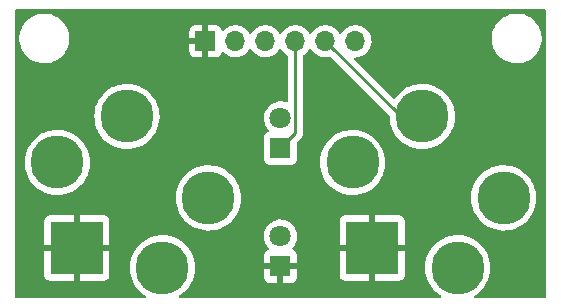
<source format=gbl>
G04 #@! TF.GenerationSoftware,KiCad,Pcbnew,6.0.2-378541a8eb~116~ubuntu20.04.1*
G04 #@! TF.CreationDate,2022-03-12T15:30:31-05:00*
G04 #@! TF.ProjectId,irinput_b3,6972696e-7075-4745-9f62-332e6b696361,rev?*
G04 #@! TF.SameCoordinates,Original*
G04 #@! TF.FileFunction,Copper,L2,Bot*
G04 #@! TF.FilePolarity,Positive*
%FSLAX46Y46*%
G04 Gerber Fmt 4.6, Leading zero omitted, Abs format (unit mm)*
G04 Created by KiCad (PCBNEW 6.0.2-378541a8eb~116~ubuntu20.04.1) date 2022-03-12 15:30:31*
%MOMM*%
%LPD*%
G01*
G04 APERTURE LIST*
G04 #@! TA.AperFunction,ComponentPad*
%ADD10C,4.500001*%
G04 #@! TD*
G04 #@! TA.AperFunction,ComponentPad*
%ADD11R,4.500001X4.500001*%
G04 #@! TD*
G04 #@! TA.AperFunction,ComponentPad*
%ADD12C,4.500000*%
G04 #@! TD*
G04 #@! TA.AperFunction,ComponentPad*
%ADD13R,1.800000X1.800000*%
G04 #@! TD*
G04 #@! TA.AperFunction,ComponentPad*
%ADD14C,1.800000*%
G04 #@! TD*
G04 #@! TA.AperFunction,ComponentPad*
%ADD15R,1.700000X1.700000*%
G04 #@! TD*
G04 #@! TA.AperFunction,ComponentPad*
%ADD16O,1.700000X1.700000*%
G04 #@! TD*
G04 #@! TA.AperFunction,Conductor*
%ADD17C,0.250000*%
G04 #@! TD*
G04 APERTURE END LIST*
D10*
G04 #@! TO.P,J6,R*
G04 #@! TO.N,N/C*
X168899999Y-103749999D03*
G04 #@! TO.P,J6,RN*
X164999999Y-109649999D03*
D11*
G04 #@! TO.P,J6,S*
G04 #@! TO.N,Board_0-GND1*
X157759999Y-107989999D03*
D12*
G04 #@! TO.P,J6,T*
G04 #@! TO.N,Board_0-/GATE_OUT_P*
X161999999Y-96849999D03*
G04 #@! TO.P,J6,TN*
G04 #@! TO.N,N/C*
X156099999Y-100749999D03*
G04 #@! TD*
D13*
G04 #@! TO.P,D6,1,KA*
G04 #@! TO.N,Board_0-/CV_LED_1_P*
X149999999Y-99524999D03*
D14*
G04 #@! TO.P,D6,2,AK*
G04 #@! TO.N,Board_0-/CV_LED_2_P*
X149999999Y-96984999D03*
G04 #@! TD*
D10*
G04 #@! TO.P,J7,R*
G04 #@! TO.N,N/C*
X143899999Y-103749999D03*
G04 #@! TO.P,J7,RN*
X139999999Y-109649999D03*
D11*
G04 #@! TO.P,J7,S*
G04 #@! TO.N,Board_0-GND1*
X132759999Y-107989999D03*
D12*
G04 #@! TO.P,J7,T*
G04 #@! TO.N,Board_0-/CV_OUT_P*
X136999999Y-96849999D03*
G04 #@! TO.P,J7,TN*
G04 #@! TO.N,N/C*
X131099999Y-100749999D03*
G04 #@! TD*
D13*
G04 #@! TO.P,D5,1,K*
G04 #@! TO.N,Board_0-GND1*
X149999999Y-109524999D03*
D14*
G04 #@! TO.P,D5,2,A*
G04 #@! TO.N,Board_0-/GATE_LED_P*
X149999999Y-106984999D03*
G04 #@! TD*
D15*
G04 #@! TO.P,J5,1,Pin_1*
G04 #@! TO.N,Board_0-GND1*
X143649999Y-90479999D03*
D16*
G04 #@! TO.P,J5,2,Pin_2*
G04 #@! TO.N,Board_0-/CV_OUT_P*
X146189999Y-90479999D03*
G04 #@! TO.P,J5,3,Pin_3*
G04 #@! TO.N,Board_0-/CV_LED_2_P*
X148729999Y-90479999D03*
G04 #@! TO.P,J5,4,Pin_4*
G04 #@! TO.N,Board_0-/CV_LED_1_P*
X151269999Y-90479999D03*
G04 #@! TO.P,J5,5,Pin_5*
G04 #@! TO.N,Board_0-/GATE_OUT_P*
X153809999Y-90479999D03*
G04 #@! TO.P,J5,6,Pin_6*
G04 #@! TO.N,Board_0-/GATE_LED_P*
X156349999Y-90479999D03*
G04 #@! TD*
D17*
G04 #@! TO.N,Board_0-/CV_LED_1_P*
X151269999Y-98254999D02*
X151269999Y-90479999D01*
X149999999Y-99524999D02*
X151269999Y-98254999D01*
G04 #@! TO.N,Board_0-/GATE_OUT_P*
X153809999Y-90479999D02*
X160179999Y-96849999D01*
G04 #@! TD*
G04 #@! TA.AperFunction,Conductor*
G04 #@! TO.N,Board_0-GND1*
G36*
X172434120Y-87778001D02*
G01*
X172480613Y-87831657D01*
X172491999Y-87883999D01*
X172491999Y-112115999D01*
X172471997Y-112184120D01*
X172418341Y-112230613D01*
X172365999Y-112241999D01*
X166497514Y-112241999D01*
X166429393Y-112221997D01*
X166382900Y-112168341D01*
X166372796Y-112098067D01*
X166402290Y-112033487D01*
X166434229Y-112007045D01*
X166529320Y-111951812D01*
X166532342Y-111949531D01*
X166532346Y-111949528D01*
X166791752Y-111753696D01*
X166791753Y-111753695D01*
X166794776Y-111751413D01*
X167034234Y-111520574D01*
X167244226Y-111262640D01*
X167421709Y-110981346D01*
X167564113Y-110680766D01*
X167669376Y-110365256D01*
X167735971Y-110039385D01*
X167762935Y-109707874D01*
X167763541Y-109649999D01*
X167762025Y-109624852D01*
X167743754Y-109321771D01*
X167743753Y-109321764D01*
X167743526Y-109317996D01*
X167683769Y-108990802D01*
X167585138Y-108673156D01*
X167449060Y-108369661D01*
X167329862Y-108171674D01*
X167279465Y-108087965D01*
X167279461Y-108087959D01*
X167277506Y-108084712D01*
X167275179Y-108081728D01*
X167275174Y-108081721D01*
X167075293Y-107825424D01*
X167075287Y-107825417D01*
X167072962Y-107822436D01*
X166838391Y-107586633D01*
X166577190Y-107380719D01*
X166293143Y-107207676D01*
X166172045Y-107152616D01*
X165993816Y-107071579D01*
X165993808Y-107071576D01*
X165990364Y-107070010D01*
X165673239Y-106969717D01*
X165450895Y-106927905D01*
X165350086Y-106908948D01*
X165350084Y-106908948D01*
X165346363Y-106908248D01*
X165014469Y-106886495D01*
X165010689Y-106886703D01*
X165010688Y-106886703D01*
X164912917Y-106892084D01*
X164682365Y-106904772D01*
X164678638Y-106905433D01*
X164678634Y-106905433D01*
X164453488Y-106945335D01*
X164354863Y-106962814D01*
X164351238Y-106963919D01*
X164351233Y-106963920D01*
X164271031Y-106988364D01*
X164036706Y-107059781D01*
X164033242Y-107061312D01*
X164033235Y-107061315D01*
X163846050Y-107144069D01*
X163732502Y-107194268D01*
X163729248Y-107196204D01*
X163729242Y-107196207D01*
X163590848Y-107278543D01*
X163446658Y-107364327D01*
X163443657Y-107366642D01*
X163443653Y-107366645D01*
X163347019Y-107441198D01*
X163183315Y-107567495D01*
X162946287Y-107800828D01*
X162739008Y-108060948D01*
X162564480Y-108344085D01*
X162425231Y-108646139D01*
X162424072Y-108649739D01*
X162424069Y-108649746D01*
X162415367Y-108676770D01*
X162323279Y-108962734D01*
X162322560Y-108966450D01*
X162322558Y-108966458D01*
X162260818Y-109285566D01*
X162260099Y-109289284D01*
X162259832Y-109293060D01*
X162259831Y-109293065D01*
X162258066Y-109317996D01*
X162236609Y-109621060D01*
X162253146Y-109953254D01*
X162253787Y-109956985D01*
X162253788Y-109956993D01*
X162268585Y-110043102D01*
X162309473Y-110281056D01*
X162310561Y-110284695D01*
X162310562Y-110284698D01*
X162403579Y-110595723D01*
X162404773Y-110599717D01*
X162406286Y-110603188D01*
X162406288Y-110603194D01*
X162483664Y-110780723D01*
X162537665Y-110904621D01*
X162539588Y-110907892D01*
X162539590Y-110907896D01*
X162580748Y-110977908D01*
X162706225Y-111191351D01*
X162708526Y-111194366D01*
X162905711Y-111452741D01*
X162905716Y-111452747D01*
X162908011Y-111455754D01*
X163140101Y-111694001D01*
X163399131Y-111902639D01*
X163481034Y-111953718D01*
X163569815Y-112009087D01*
X163617032Y-112062107D01*
X163628088Y-112132237D01*
X163599474Y-112197212D01*
X163540274Y-112236402D01*
X163503139Y-112241999D01*
X141497514Y-112241999D01*
X141429393Y-112221997D01*
X141382900Y-112168341D01*
X141372796Y-112098067D01*
X141402290Y-112033487D01*
X141434229Y-112007045D01*
X141529320Y-111951812D01*
X141532342Y-111949531D01*
X141532346Y-111949528D01*
X141791752Y-111753696D01*
X141791753Y-111753695D01*
X141794776Y-111751413D01*
X142034234Y-111520574D01*
X142244226Y-111262640D01*
X142421709Y-110981346D01*
X142564113Y-110680766D01*
X142634541Y-110469668D01*
X148592000Y-110469668D01*
X148592370Y-110476489D01*
X148597894Y-110527351D01*
X148601520Y-110542603D01*
X148646675Y-110663053D01*
X148655213Y-110678648D01*
X148731714Y-110780723D01*
X148744275Y-110793284D01*
X148846350Y-110869785D01*
X148861945Y-110878323D01*
X148982393Y-110923477D01*
X148997648Y-110927104D01*
X149048513Y-110932630D01*
X149055327Y-110932999D01*
X149727884Y-110932999D01*
X149743123Y-110928524D01*
X149744328Y-110927134D01*
X149745999Y-110919451D01*
X149745999Y-110914883D01*
X150253999Y-110914883D01*
X150258474Y-110930122D01*
X150259864Y-110931327D01*
X150267547Y-110932998D01*
X150944668Y-110932998D01*
X150951489Y-110932628D01*
X151002351Y-110927104D01*
X151017603Y-110923478D01*
X151138053Y-110878323D01*
X151153648Y-110869785D01*
X151255723Y-110793284D01*
X151268284Y-110780723D01*
X151344785Y-110678648D01*
X151353323Y-110663053D01*
X151398477Y-110542605D01*
X151402104Y-110527350D01*
X151407630Y-110476485D01*
X151407999Y-110469671D01*
X151407999Y-110284668D01*
X155002000Y-110284668D01*
X155002370Y-110291489D01*
X155007894Y-110342351D01*
X155011520Y-110357603D01*
X155056675Y-110478053D01*
X155065213Y-110493648D01*
X155141714Y-110595723D01*
X155154275Y-110608284D01*
X155256350Y-110684785D01*
X155271945Y-110693323D01*
X155392393Y-110738477D01*
X155407648Y-110742104D01*
X155458513Y-110747630D01*
X155465327Y-110747999D01*
X157487884Y-110747999D01*
X157503123Y-110743524D01*
X157504328Y-110742134D01*
X157505999Y-110734451D01*
X157505999Y-110729883D01*
X158013999Y-110729883D01*
X158018474Y-110745122D01*
X158019864Y-110746327D01*
X158027547Y-110747998D01*
X160054668Y-110747998D01*
X160061489Y-110747628D01*
X160112351Y-110742104D01*
X160127603Y-110738478D01*
X160248053Y-110693323D01*
X160263648Y-110684785D01*
X160365723Y-110608284D01*
X160378284Y-110595723D01*
X160454785Y-110493648D01*
X160463323Y-110478053D01*
X160508477Y-110357605D01*
X160512104Y-110342350D01*
X160517630Y-110291485D01*
X160517999Y-110284671D01*
X160517999Y-108262114D01*
X160513524Y-108246875D01*
X160512134Y-108245670D01*
X160504451Y-108243999D01*
X158032114Y-108243999D01*
X158016875Y-108248474D01*
X158015670Y-108249864D01*
X158013999Y-108257547D01*
X158013999Y-110729883D01*
X157505999Y-110729883D01*
X157505999Y-108262114D01*
X157501524Y-108246875D01*
X157500134Y-108245670D01*
X157492451Y-108243999D01*
X155020115Y-108243999D01*
X155004876Y-108248474D01*
X155003671Y-108249864D01*
X155002000Y-108257547D01*
X155002000Y-110284668D01*
X151407999Y-110284668D01*
X151407999Y-109797114D01*
X151403524Y-109781875D01*
X151402134Y-109780670D01*
X151394451Y-109778999D01*
X150272114Y-109778999D01*
X150256875Y-109783474D01*
X150255670Y-109784864D01*
X150253999Y-109792547D01*
X150253999Y-110914883D01*
X149745999Y-110914883D01*
X149745999Y-109797114D01*
X149741524Y-109781875D01*
X149740134Y-109780670D01*
X149732451Y-109778999D01*
X148610115Y-109778999D01*
X148594876Y-109783474D01*
X148593671Y-109784864D01*
X148592000Y-109792547D01*
X148592000Y-110469668D01*
X142634541Y-110469668D01*
X142669376Y-110365256D01*
X142735971Y-110039385D01*
X142762935Y-109707874D01*
X142763541Y-109649999D01*
X142762025Y-109624852D01*
X142743754Y-109321771D01*
X142743753Y-109321764D01*
X142743526Y-109317996D01*
X142683769Y-108990802D01*
X142585138Y-108673156D01*
X142449060Y-108369661D01*
X142329862Y-108171674D01*
X142279465Y-108087965D01*
X142279461Y-108087959D01*
X142277506Y-108084712D01*
X142275179Y-108081728D01*
X142275174Y-108081721D01*
X142075293Y-107825424D01*
X142075287Y-107825417D01*
X142072962Y-107822436D01*
X141838391Y-107586633D01*
X141577190Y-107380719D01*
X141293143Y-107207676D01*
X141172045Y-107152616D01*
X140993816Y-107071579D01*
X140993808Y-107071576D01*
X140990364Y-107070010D01*
X140673239Y-106969717D01*
X140570878Y-106950468D01*
X148587094Y-106950468D01*
X148587391Y-106955621D01*
X148587391Y-106955624D01*
X148593986Y-107070010D01*
X148600426Y-107181696D01*
X148601563Y-107186742D01*
X148601564Y-107186748D01*
X148633740Y-107329522D01*
X148651345Y-107407641D01*
X148653287Y-107412423D01*
X148653288Y-107412427D01*
X148715314Y-107565178D01*
X148738483Y-107622236D01*
X148859500Y-107819718D01*
X148862881Y-107823621D01*
X148971652Y-107949190D01*
X149001134Y-108013775D01*
X148991019Y-108084048D01*
X148944518Y-108137696D01*
X148920645Y-108149669D01*
X148861943Y-108171676D01*
X148846350Y-108180213D01*
X148744275Y-108256714D01*
X148731714Y-108269275D01*
X148655213Y-108371350D01*
X148646675Y-108386945D01*
X148601521Y-108507393D01*
X148597894Y-108522648D01*
X148592368Y-108573513D01*
X148591999Y-108580327D01*
X148591999Y-109252884D01*
X148596474Y-109268123D01*
X148597864Y-109269328D01*
X148605547Y-109270999D01*
X151389883Y-109270999D01*
X151405122Y-109266524D01*
X151406327Y-109265134D01*
X151407998Y-109257451D01*
X151407998Y-108580330D01*
X151407628Y-108573509D01*
X151402104Y-108522647D01*
X151398478Y-108507395D01*
X151353323Y-108386945D01*
X151344785Y-108371350D01*
X151268284Y-108269275D01*
X151255723Y-108256714D01*
X151153648Y-108180213D01*
X151138051Y-108171674D01*
X151079414Y-108149692D01*
X151022649Y-108107051D01*
X150997949Y-108040489D01*
X151013156Y-107971140D01*
X151034702Y-107942460D01*
X151072640Y-107904653D01*
X151076302Y-107901004D01*
X151207887Y-107717884D01*
X155001999Y-107717884D01*
X155006474Y-107733123D01*
X155007864Y-107734328D01*
X155015547Y-107735999D01*
X157487884Y-107735999D01*
X157503123Y-107731524D01*
X157504328Y-107730134D01*
X157505999Y-107722451D01*
X157505999Y-107717884D01*
X158013999Y-107717884D01*
X158018474Y-107733123D01*
X158019864Y-107734328D01*
X158027547Y-107735999D01*
X160499883Y-107735999D01*
X160515122Y-107731524D01*
X160516327Y-107730134D01*
X160517998Y-107722451D01*
X160517998Y-105695330D01*
X160517628Y-105688509D01*
X160512104Y-105637647D01*
X160508478Y-105622395D01*
X160463323Y-105501945D01*
X160454785Y-105486350D01*
X160378284Y-105384275D01*
X160365723Y-105371714D01*
X160263648Y-105295213D01*
X160248053Y-105286675D01*
X160127605Y-105241521D01*
X160112350Y-105237894D01*
X160061485Y-105232368D01*
X160054671Y-105231999D01*
X158032114Y-105231999D01*
X158016875Y-105236474D01*
X158015670Y-105237864D01*
X158013999Y-105245547D01*
X158013999Y-107717884D01*
X157505999Y-107717884D01*
X157505999Y-105250115D01*
X157501524Y-105234876D01*
X157500134Y-105233671D01*
X157492451Y-105232000D01*
X155465330Y-105232000D01*
X155458509Y-105232370D01*
X155407647Y-105237894D01*
X155392395Y-105241520D01*
X155271945Y-105286675D01*
X155256350Y-105295213D01*
X155154275Y-105371714D01*
X155141714Y-105384275D01*
X155065213Y-105486350D01*
X155056675Y-105501945D01*
X155011521Y-105622393D01*
X155007894Y-105637648D01*
X155002368Y-105688513D01*
X155001999Y-105695327D01*
X155001999Y-107717884D01*
X151207887Y-107717884D01*
X151211457Y-107712916D01*
X151258640Y-107617449D01*
X151311783Y-107509921D01*
X151311784Y-107509919D01*
X151314077Y-107505279D01*
X151381407Y-107283670D01*
X151411639Y-107054040D01*
X151413326Y-106984999D01*
X151405245Y-106886703D01*
X151394772Y-106759317D01*
X151394771Y-106759311D01*
X151394348Y-106754166D01*
X151337924Y-106529532D01*
X151330698Y-106512913D01*
X151247629Y-106321867D01*
X151247627Y-106321864D01*
X151245569Y-106317130D01*
X151119763Y-106122664D01*
X150963886Y-105951357D01*
X150959835Y-105948158D01*
X150959831Y-105948154D01*
X150786176Y-105811010D01*
X150786171Y-105811007D01*
X150782122Y-105807809D01*
X150777606Y-105805316D01*
X150777603Y-105805314D01*
X150583878Y-105698372D01*
X150583874Y-105698370D01*
X150579354Y-105695875D01*
X150574485Y-105694151D01*
X150574481Y-105694149D01*
X150365902Y-105620287D01*
X150365898Y-105620286D01*
X150361027Y-105618561D01*
X150355934Y-105617654D01*
X150355931Y-105617653D01*
X150138094Y-105578850D01*
X150138088Y-105578849D01*
X150133005Y-105577944D01*
X150060095Y-105577053D01*
X149906580Y-105575178D01*
X149906578Y-105575178D01*
X149901410Y-105575115D01*
X149672463Y-105610149D01*
X149452313Y-105682105D01*
X149447725Y-105684493D01*
X149447721Y-105684495D01*
X149421064Y-105698372D01*
X149246871Y-105789051D01*
X149242738Y-105792154D01*
X149242735Y-105792156D01*
X149160772Y-105853696D01*
X149061654Y-105928116D01*
X148901638Y-106095563D01*
X148898724Y-106099835D01*
X148898723Y-106099836D01*
X148883151Y-106122664D01*
X148771118Y-106286898D01*
X148673601Y-106496980D01*
X148611706Y-106720168D01*
X148587094Y-106950468D01*
X140570878Y-106950468D01*
X140450895Y-106927905D01*
X140350086Y-106908948D01*
X140350084Y-106908948D01*
X140346363Y-106908248D01*
X140014469Y-106886495D01*
X140010689Y-106886703D01*
X140010688Y-106886703D01*
X139912917Y-106892084D01*
X139682365Y-106904772D01*
X139678638Y-106905433D01*
X139678634Y-106905433D01*
X139453488Y-106945335D01*
X139354863Y-106962814D01*
X139351238Y-106963919D01*
X139351233Y-106963920D01*
X139271031Y-106988364D01*
X139036706Y-107059781D01*
X139033242Y-107061312D01*
X139033235Y-107061315D01*
X138846050Y-107144069D01*
X138732502Y-107194268D01*
X138729248Y-107196204D01*
X138729242Y-107196207D01*
X138590848Y-107278543D01*
X138446658Y-107364327D01*
X138443657Y-107366642D01*
X138443653Y-107366645D01*
X138347019Y-107441198D01*
X138183315Y-107567495D01*
X137946287Y-107800828D01*
X137739008Y-108060948D01*
X137564480Y-108344085D01*
X137425231Y-108646139D01*
X137424072Y-108649739D01*
X137424069Y-108649746D01*
X137415367Y-108676770D01*
X137323279Y-108962734D01*
X137322560Y-108966450D01*
X137322558Y-108966458D01*
X137260818Y-109285566D01*
X137260099Y-109289284D01*
X137259832Y-109293060D01*
X137259831Y-109293065D01*
X137258066Y-109317996D01*
X137236609Y-109621060D01*
X137253146Y-109953254D01*
X137253787Y-109956985D01*
X137253788Y-109956993D01*
X137268585Y-110043102D01*
X137309473Y-110281056D01*
X137310561Y-110284695D01*
X137310562Y-110284698D01*
X137403579Y-110595723D01*
X137404773Y-110599717D01*
X137406286Y-110603188D01*
X137406288Y-110603194D01*
X137483664Y-110780723D01*
X137537665Y-110904621D01*
X137539588Y-110907892D01*
X137539590Y-110907896D01*
X137580748Y-110977908D01*
X137706225Y-111191351D01*
X137708526Y-111194366D01*
X137905711Y-111452741D01*
X137905716Y-111452747D01*
X137908011Y-111455754D01*
X138140101Y-111694001D01*
X138399131Y-111902639D01*
X138481034Y-111953718D01*
X138569815Y-112009087D01*
X138617032Y-112062107D01*
X138628088Y-112132237D01*
X138599474Y-112197212D01*
X138540274Y-112236402D01*
X138503139Y-112241999D01*
X127633999Y-112241999D01*
X127565878Y-112221997D01*
X127519385Y-112168341D01*
X127507999Y-112115999D01*
X127507999Y-110284668D01*
X130002000Y-110284668D01*
X130002370Y-110291489D01*
X130007894Y-110342351D01*
X130011520Y-110357603D01*
X130056675Y-110478053D01*
X130065213Y-110493648D01*
X130141714Y-110595723D01*
X130154275Y-110608284D01*
X130256350Y-110684785D01*
X130271945Y-110693323D01*
X130392393Y-110738477D01*
X130407648Y-110742104D01*
X130458513Y-110747630D01*
X130465327Y-110747999D01*
X132487884Y-110747999D01*
X132503123Y-110743524D01*
X132504328Y-110742134D01*
X132505999Y-110734451D01*
X132505999Y-110729883D01*
X133013999Y-110729883D01*
X133018474Y-110745122D01*
X133019864Y-110746327D01*
X133027547Y-110747998D01*
X135054668Y-110747998D01*
X135061489Y-110747628D01*
X135112351Y-110742104D01*
X135127603Y-110738478D01*
X135248053Y-110693323D01*
X135263648Y-110684785D01*
X135365723Y-110608284D01*
X135378284Y-110595723D01*
X135454785Y-110493648D01*
X135463323Y-110478053D01*
X135508477Y-110357605D01*
X135512104Y-110342350D01*
X135517630Y-110291485D01*
X135517999Y-110284671D01*
X135517999Y-108262114D01*
X135513524Y-108246875D01*
X135512134Y-108245670D01*
X135504451Y-108243999D01*
X133032114Y-108243999D01*
X133016875Y-108248474D01*
X133015670Y-108249864D01*
X133013999Y-108257547D01*
X133013999Y-110729883D01*
X132505999Y-110729883D01*
X132505999Y-108262114D01*
X132501524Y-108246875D01*
X132500134Y-108245670D01*
X132492451Y-108243999D01*
X130020115Y-108243999D01*
X130004876Y-108248474D01*
X130003671Y-108249864D01*
X130002000Y-108257547D01*
X130002000Y-110284668D01*
X127507999Y-110284668D01*
X127507999Y-107717884D01*
X130001999Y-107717884D01*
X130006474Y-107733123D01*
X130007864Y-107734328D01*
X130015547Y-107735999D01*
X132487884Y-107735999D01*
X132503123Y-107731524D01*
X132504328Y-107730134D01*
X132505999Y-107722451D01*
X132505999Y-107717884D01*
X133013999Y-107717884D01*
X133018474Y-107733123D01*
X133019864Y-107734328D01*
X133027547Y-107735999D01*
X135499883Y-107735999D01*
X135515122Y-107731524D01*
X135516327Y-107730134D01*
X135517998Y-107722451D01*
X135517998Y-105695330D01*
X135517628Y-105688509D01*
X135512104Y-105637647D01*
X135508478Y-105622395D01*
X135463323Y-105501945D01*
X135454785Y-105486350D01*
X135378284Y-105384275D01*
X135365723Y-105371714D01*
X135263648Y-105295213D01*
X135248053Y-105286675D01*
X135127605Y-105241521D01*
X135112350Y-105237894D01*
X135061485Y-105232368D01*
X135054671Y-105231999D01*
X133032114Y-105231999D01*
X133016875Y-105236474D01*
X133015670Y-105237864D01*
X133013999Y-105245547D01*
X133013999Y-107717884D01*
X132505999Y-107717884D01*
X132505999Y-105250115D01*
X132501524Y-105234876D01*
X132500134Y-105233671D01*
X132492451Y-105232000D01*
X130465330Y-105232000D01*
X130458509Y-105232370D01*
X130407647Y-105237894D01*
X130392395Y-105241520D01*
X130271945Y-105286675D01*
X130256350Y-105295213D01*
X130154275Y-105371714D01*
X130141714Y-105384275D01*
X130065213Y-105486350D01*
X130056675Y-105501945D01*
X130011521Y-105622393D01*
X130007894Y-105637648D01*
X130002368Y-105688513D01*
X130001999Y-105695327D01*
X130001999Y-107717884D01*
X127507999Y-107717884D01*
X127507999Y-103721060D01*
X141136609Y-103721060D01*
X141153146Y-104053254D01*
X141153787Y-104056985D01*
X141153788Y-104056993D01*
X141168585Y-104143102D01*
X141209473Y-104381056D01*
X141304773Y-104699717D01*
X141306286Y-104703188D01*
X141306288Y-104703194D01*
X141397457Y-104912369D01*
X141437665Y-105004621D01*
X141606225Y-105291351D01*
X141608526Y-105294366D01*
X141805711Y-105552741D01*
X141805716Y-105552747D01*
X141808011Y-105555754D01*
X141861000Y-105610149D01*
X142032952Y-105786662D01*
X142040101Y-105794001D01*
X142299131Y-106002639D01*
X142381034Y-106053718D01*
X142454982Y-106099836D01*
X142581351Y-106178647D01*
X142882671Y-106319475D01*
X143198728Y-106423084D01*
X143524943Y-106487972D01*
X143528715Y-106488259D01*
X143528723Y-106488260D01*
X143852814Y-106512913D01*
X143852819Y-106512913D01*
X143856591Y-106513200D01*
X144188868Y-106498402D01*
X144225529Y-106492300D01*
X144513219Y-106444416D01*
X144513224Y-106444415D01*
X144516960Y-106443793D01*
X144836115Y-106350163D01*
X144839582Y-106348673D01*
X144839586Y-106348672D01*
X145138227Y-106220365D01*
X145138229Y-106220364D01*
X145141711Y-106218868D01*
X145429320Y-106051812D01*
X145432342Y-106049531D01*
X145432346Y-106049528D01*
X145691752Y-105853696D01*
X145691753Y-105853695D01*
X145694776Y-105851413D01*
X145872073Y-105680498D01*
X145931507Y-105623203D01*
X145931508Y-105623202D01*
X145934234Y-105620574D01*
X146144226Y-105362640D01*
X146321709Y-105081346D01*
X146464113Y-104780766D01*
X146569376Y-104465256D01*
X146635971Y-104139385D01*
X146662935Y-103807874D01*
X146663541Y-103749999D01*
X146662025Y-103724852D01*
X146661796Y-103721060D01*
X166136609Y-103721060D01*
X166153146Y-104053254D01*
X166153787Y-104056985D01*
X166153788Y-104056993D01*
X166168585Y-104143102D01*
X166209473Y-104381056D01*
X166304773Y-104699717D01*
X166306286Y-104703188D01*
X166306288Y-104703194D01*
X166397457Y-104912369D01*
X166437665Y-105004621D01*
X166606225Y-105291351D01*
X166608526Y-105294366D01*
X166805711Y-105552741D01*
X166805716Y-105552747D01*
X166808011Y-105555754D01*
X166861000Y-105610149D01*
X167032952Y-105786662D01*
X167040101Y-105794001D01*
X167299131Y-106002639D01*
X167381034Y-106053718D01*
X167454982Y-106099836D01*
X167581351Y-106178647D01*
X167882671Y-106319475D01*
X168198728Y-106423084D01*
X168524943Y-106487972D01*
X168528715Y-106488259D01*
X168528723Y-106488260D01*
X168852814Y-106512913D01*
X168852819Y-106512913D01*
X168856591Y-106513200D01*
X169188868Y-106498402D01*
X169225529Y-106492300D01*
X169513219Y-106444416D01*
X169513224Y-106444415D01*
X169516960Y-106443793D01*
X169836115Y-106350163D01*
X169839582Y-106348673D01*
X169839586Y-106348672D01*
X170138227Y-106220365D01*
X170138229Y-106220364D01*
X170141711Y-106218868D01*
X170429320Y-106051812D01*
X170432342Y-106049531D01*
X170432346Y-106049528D01*
X170691752Y-105853696D01*
X170691753Y-105853695D01*
X170694776Y-105851413D01*
X170872073Y-105680498D01*
X170931507Y-105623203D01*
X170931508Y-105623202D01*
X170934234Y-105620574D01*
X171144226Y-105362640D01*
X171321709Y-105081346D01*
X171464113Y-104780766D01*
X171569376Y-104465256D01*
X171635971Y-104139385D01*
X171662935Y-103807874D01*
X171663541Y-103749999D01*
X171662025Y-103724852D01*
X171643754Y-103421771D01*
X171643753Y-103421764D01*
X171643526Y-103417996D01*
X171606810Y-103216961D01*
X171584450Y-103094529D01*
X171584449Y-103094524D01*
X171583769Y-103090802D01*
X171572255Y-103053718D01*
X171491610Y-102794001D01*
X171485138Y-102773156D01*
X171349060Y-102469661D01*
X171241708Y-102291351D01*
X171179465Y-102187965D01*
X171179461Y-102187959D01*
X171177506Y-102184712D01*
X171175179Y-102181728D01*
X171175174Y-102181721D01*
X170975293Y-101925424D01*
X170975287Y-101925417D01*
X170972962Y-101922436D01*
X170738391Y-101686633D01*
X170477190Y-101480719D01*
X170193143Y-101307676D01*
X170072045Y-101252616D01*
X169893816Y-101171579D01*
X169893808Y-101171576D01*
X169890364Y-101170010D01*
X169573239Y-101069717D01*
X169350895Y-101027905D01*
X169250086Y-101008948D01*
X169250084Y-101008948D01*
X169246363Y-101008248D01*
X168914469Y-100986495D01*
X168910689Y-100986703D01*
X168910688Y-100986703D01*
X168812917Y-100992084D01*
X168582365Y-101004772D01*
X168578638Y-101005433D01*
X168578634Y-101005433D01*
X168330190Y-101049464D01*
X168254863Y-101062814D01*
X168251238Y-101063919D01*
X168251233Y-101063920D01*
X168043682Y-101127177D01*
X167936706Y-101159781D01*
X167933242Y-101161312D01*
X167933235Y-101161315D01*
X167746050Y-101244069D01*
X167632502Y-101294268D01*
X167629248Y-101296204D01*
X167629242Y-101296207D01*
X167351322Y-101461552D01*
X167346658Y-101464327D01*
X167083315Y-101667495D01*
X166846287Y-101900828D01*
X166639008Y-102160948D01*
X166464480Y-102444085D01*
X166325231Y-102746139D01*
X166324072Y-102749739D01*
X166324069Y-102749746D01*
X166226796Y-103051812D01*
X166223279Y-103062734D01*
X166222560Y-103066450D01*
X166222558Y-103066458D01*
X166167956Y-103348672D01*
X166160099Y-103389284D01*
X166159832Y-103393060D01*
X166159831Y-103393065D01*
X166136877Y-103717271D01*
X166136609Y-103721060D01*
X146661796Y-103721060D01*
X146643754Y-103421771D01*
X146643753Y-103421764D01*
X146643526Y-103417996D01*
X146606810Y-103216961D01*
X146584450Y-103094529D01*
X146584449Y-103094524D01*
X146583769Y-103090802D01*
X146572255Y-103053718D01*
X146491610Y-102794001D01*
X146485138Y-102773156D01*
X146349060Y-102469661D01*
X146241708Y-102291351D01*
X146179465Y-102187965D01*
X146179461Y-102187959D01*
X146177506Y-102184712D01*
X146175179Y-102181728D01*
X146175174Y-102181721D01*
X145975293Y-101925424D01*
X145975287Y-101925417D01*
X145972962Y-101922436D01*
X145738391Y-101686633D01*
X145477190Y-101480719D01*
X145193143Y-101307676D01*
X145072045Y-101252616D01*
X144893816Y-101171579D01*
X144893808Y-101171576D01*
X144890364Y-101170010D01*
X144573239Y-101069717D01*
X144350895Y-101027905D01*
X144250086Y-101008948D01*
X144250084Y-101008948D01*
X144246363Y-101008248D01*
X143914469Y-100986495D01*
X143910689Y-100986703D01*
X143910688Y-100986703D01*
X143812917Y-100992084D01*
X143582365Y-101004772D01*
X143578638Y-101005433D01*
X143578634Y-101005433D01*
X143330190Y-101049464D01*
X143254863Y-101062814D01*
X143251238Y-101063919D01*
X143251233Y-101063920D01*
X143043682Y-101127177D01*
X142936706Y-101159781D01*
X142933242Y-101161312D01*
X142933235Y-101161315D01*
X142746050Y-101244069D01*
X142632502Y-101294268D01*
X142629248Y-101296204D01*
X142629242Y-101296207D01*
X142351322Y-101461552D01*
X142346658Y-101464327D01*
X142083315Y-101667495D01*
X141846287Y-101900828D01*
X141639008Y-102160948D01*
X141464480Y-102444085D01*
X141325231Y-102746139D01*
X141324072Y-102749739D01*
X141324069Y-102749746D01*
X141226796Y-103051812D01*
X141223279Y-103062734D01*
X141222560Y-103066450D01*
X141222558Y-103066458D01*
X141167956Y-103348672D01*
X141160099Y-103389284D01*
X141159832Y-103393060D01*
X141159831Y-103393065D01*
X141136877Y-103717271D01*
X141136609Y-103721060D01*
X127507999Y-103721060D01*
X127507999Y-100721060D01*
X128336609Y-100721060D01*
X128336798Y-100724852D01*
X128350906Y-101008248D01*
X128353146Y-101053254D01*
X128353787Y-101056985D01*
X128353788Y-101056993D01*
X128396864Y-101307676D01*
X128409473Y-101381056D01*
X128410561Y-101384695D01*
X128410562Y-101384698D01*
X128501663Y-101689317D01*
X128504773Y-101699717D01*
X128506286Y-101703188D01*
X128506288Y-101703194D01*
X128591266Y-101898165D01*
X128637665Y-102004621D01*
X128806225Y-102291351D01*
X128808526Y-102294366D01*
X129005711Y-102552741D01*
X129005716Y-102552747D01*
X129008011Y-102555754D01*
X129010655Y-102558468D01*
X129219795Y-102773156D01*
X129240101Y-102794001D01*
X129499131Y-103002639D01*
X129781351Y-103178647D01*
X130082671Y-103319475D01*
X130086280Y-103320658D01*
X130394723Y-103421771D01*
X130398728Y-103423084D01*
X130724943Y-103487972D01*
X130728715Y-103488259D01*
X130728723Y-103488260D01*
X131052814Y-103512913D01*
X131052819Y-103512913D01*
X131056591Y-103513200D01*
X131388868Y-103498402D01*
X131393400Y-103497648D01*
X131713219Y-103444416D01*
X131713224Y-103444415D01*
X131716960Y-103443793D01*
X132036115Y-103350163D01*
X132039582Y-103348673D01*
X132039586Y-103348672D01*
X132338227Y-103220365D01*
X132338229Y-103220364D01*
X132341711Y-103218868D01*
X132629320Y-103051812D01*
X132632342Y-103049531D01*
X132632346Y-103049528D01*
X132891752Y-102853696D01*
X132891753Y-102853695D01*
X132894776Y-102851413D01*
X133134234Y-102620574D01*
X133344226Y-102362640D01*
X133521709Y-102081346D01*
X133664113Y-101780766D01*
X133695519Y-101686633D01*
X133768179Y-101468843D01*
X133769376Y-101465256D01*
X133835971Y-101139385D01*
X133862935Y-100807874D01*
X133863541Y-100749999D01*
X133862025Y-100724852D01*
X133843754Y-100421771D01*
X133843753Y-100421764D01*
X133843526Y-100417996D01*
X133783769Y-100090802D01*
X133685138Y-99773156D01*
X133549060Y-99469661D01*
X133457127Y-99316961D01*
X133379465Y-99187965D01*
X133379461Y-99187959D01*
X133377506Y-99184712D01*
X133375179Y-99181728D01*
X133375174Y-99181721D01*
X133175293Y-98925424D01*
X133175287Y-98925417D01*
X133172962Y-98922436D01*
X132938391Y-98686633D01*
X132677190Y-98480719D01*
X132393143Y-98307676D01*
X132272045Y-98252616D01*
X132093816Y-98171579D01*
X132093808Y-98171576D01*
X132090364Y-98170010D01*
X131773239Y-98069717D01*
X131550895Y-98027905D01*
X131450086Y-98008948D01*
X131450084Y-98008948D01*
X131446363Y-98008248D01*
X131114469Y-97986495D01*
X131110689Y-97986703D01*
X131110688Y-97986703D01*
X131012917Y-97992084D01*
X130782365Y-98004772D01*
X130778638Y-98005433D01*
X130778634Y-98005433D01*
X130519509Y-98051357D01*
X130454863Y-98062814D01*
X130451238Y-98063919D01*
X130451233Y-98063920D01*
X130306945Y-98107896D01*
X130136706Y-98159781D01*
X130133242Y-98161312D01*
X130133235Y-98161315D01*
X129946050Y-98244069D01*
X129832502Y-98294268D01*
X129829248Y-98296204D01*
X129829242Y-98296207D01*
X129549917Y-98462388D01*
X129546658Y-98464327D01*
X129543657Y-98466642D01*
X129543653Y-98466645D01*
X129463074Y-98528812D01*
X129283315Y-98667495D01*
X129046287Y-98900828D01*
X128839008Y-99160948D01*
X128664480Y-99444085D01*
X128525231Y-99746139D01*
X128524072Y-99749739D01*
X128524069Y-99749746D01*
X128515367Y-99776770D01*
X128423279Y-100062734D01*
X128360099Y-100389284D01*
X128359832Y-100393060D01*
X128359831Y-100393065D01*
X128336877Y-100717271D01*
X128336609Y-100721060D01*
X127507999Y-100721060D01*
X127507999Y-96821060D01*
X134236609Y-96821060D01*
X134253146Y-97153254D01*
X134253787Y-97156985D01*
X134253788Y-97156993D01*
X134296858Y-97407641D01*
X134309473Y-97481056D01*
X134404773Y-97799717D01*
X134406286Y-97803188D01*
X134406288Y-97803194D01*
X134469745Y-97948787D01*
X134537665Y-98104621D01*
X134539588Y-98107892D01*
X134539590Y-98107896D01*
X134580748Y-98177908D01*
X134706225Y-98391351D01*
X134708526Y-98394366D01*
X134905711Y-98652741D01*
X134905716Y-98652747D01*
X134908011Y-98655754D01*
X135140101Y-98894001D01*
X135399131Y-99102639D01*
X135681351Y-99278647D01*
X135982671Y-99419475D01*
X136298728Y-99523084D01*
X136624943Y-99587972D01*
X136628715Y-99588259D01*
X136628723Y-99588260D01*
X136952814Y-99612913D01*
X136952819Y-99612913D01*
X136956591Y-99613200D01*
X137288868Y-99598402D01*
X137293400Y-99597648D01*
X137613219Y-99544416D01*
X137613224Y-99544415D01*
X137616960Y-99543793D01*
X137936115Y-99450163D01*
X137939582Y-99448673D01*
X137939586Y-99448672D01*
X138238227Y-99320365D01*
X138238229Y-99320364D01*
X138241711Y-99318868D01*
X138529320Y-99151812D01*
X138532342Y-99149531D01*
X138532346Y-99149528D01*
X138791752Y-98953696D01*
X138791753Y-98953695D01*
X138794776Y-98951413D01*
X139034234Y-98720574D01*
X139244226Y-98462640D01*
X139357643Y-98282885D01*
X139419682Y-98184559D01*
X139419684Y-98184556D01*
X139421709Y-98181346D01*
X139425008Y-98174384D01*
X139562484Y-97884204D01*
X139564113Y-97880766D01*
X139669376Y-97565256D01*
X139735971Y-97239385D01*
X139762935Y-96907874D01*
X139763541Y-96849999D01*
X139763408Y-96847788D01*
X139743754Y-96521771D01*
X139743753Y-96521764D01*
X139743526Y-96517996D01*
X139702176Y-96291586D01*
X139684450Y-96194529D01*
X139684449Y-96194524D01*
X139683769Y-96190802D01*
X139653037Y-96091826D01*
X139586260Y-95876770D01*
X139585138Y-95873156D01*
X139449060Y-95569661D01*
X139304017Y-95328746D01*
X139279465Y-95287965D01*
X139279461Y-95287959D01*
X139277506Y-95284712D01*
X139275179Y-95281728D01*
X139275174Y-95281721D01*
X139075293Y-95025424D01*
X139075287Y-95025417D01*
X139072962Y-95022436D01*
X138838391Y-94786633D01*
X138577190Y-94580719D01*
X138293143Y-94407676D01*
X138172045Y-94352616D01*
X137993816Y-94271579D01*
X137993808Y-94271576D01*
X137990364Y-94270010D01*
X137673239Y-94169717D01*
X137450895Y-94127905D01*
X137350086Y-94108948D01*
X137350084Y-94108948D01*
X137346363Y-94108248D01*
X137014469Y-94086495D01*
X137010689Y-94086703D01*
X137010688Y-94086703D01*
X136912917Y-94092084D01*
X136682365Y-94104772D01*
X136678638Y-94105433D01*
X136678634Y-94105433D01*
X136419509Y-94151357D01*
X136354863Y-94162814D01*
X136351238Y-94163919D01*
X136351233Y-94163920D01*
X136143682Y-94227177D01*
X136036706Y-94259781D01*
X136033242Y-94261312D01*
X136033235Y-94261315D01*
X135846050Y-94344069D01*
X135732502Y-94394268D01*
X135729248Y-94396204D01*
X135729242Y-94396207D01*
X135449917Y-94562388D01*
X135446658Y-94564327D01*
X135183315Y-94767495D01*
X134946287Y-95000828D01*
X134739008Y-95260948D01*
X134564480Y-95544085D01*
X134425231Y-95846139D01*
X134424072Y-95849739D01*
X134424069Y-95849746D01*
X134415367Y-95876770D01*
X134323279Y-96162734D01*
X134260099Y-96489284D01*
X134259832Y-96493060D01*
X134259831Y-96493065D01*
X134258066Y-96517996D01*
X134236609Y-96821060D01*
X127507999Y-96821060D01*
X127507999Y-90382702D01*
X127890742Y-90382702D01*
X127928267Y-90667733D01*
X128004128Y-90945035D01*
X128005812Y-90948983D01*
X128107333Y-91186993D01*
X128116922Y-91209475D01*
X128128692Y-91229141D01*
X128259439Y-91447603D01*
X128264560Y-91456160D01*
X128444312Y-91680527D01*
X128556705Y-91787184D01*
X128614009Y-91841563D01*
X128652850Y-91878422D01*
X128886316Y-92046185D01*
X128890111Y-92048194D01*
X128890112Y-92048195D01*
X128911868Y-92059714D01*
X129140391Y-92180711D01*
X129410372Y-92279510D01*
X129691263Y-92340754D01*
X129719840Y-92343003D01*
X129914281Y-92358306D01*
X129914290Y-92358306D01*
X129916738Y-92358499D01*
X130072270Y-92358499D01*
X130074406Y-92358353D01*
X130074417Y-92358353D01*
X130282547Y-92344164D01*
X130282553Y-92344163D01*
X130286824Y-92343872D01*
X130291019Y-92343003D01*
X130291021Y-92343003D01*
X130427582Y-92314723D01*
X130568341Y-92285573D01*
X130839342Y-92189606D01*
X131094811Y-92057749D01*
X131098312Y-92055288D01*
X131098316Y-92055286D01*
X131287557Y-91922285D01*
X131330022Y-91892440D01*
X131482595Y-91750660D01*
X131537478Y-91699660D01*
X131537480Y-91699657D01*
X131540621Y-91696739D01*
X131722712Y-91474267D01*
X131783747Y-91374668D01*
X142292000Y-91374668D01*
X142292370Y-91381489D01*
X142297894Y-91432351D01*
X142301520Y-91447603D01*
X142346675Y-91568053D01*
X142355213Y-91583648D01*
X142431714Y-91685723D01*
X142444275Y-91698284D01*
X142546350Y-91774785D01*
X142561945Y-91783323D01*
X142682393Y-91828477D01*
X142697648Y-91832104D01*
X142748513Y-91837630D01*
X142755327Y-91837999D01*
X143377884Y-91837999D01*
X143393123Y-91833524D01*
X143394328Y-91832134D01*
X143395999Y-91824451D01*
X143395999Y-91819883D01*
X143903999Y-91819883D01*
X143908474Y-91835122D01*
X143909864Y-91836327D01*
X143917547Y-91837998D01*
X144544668Y-91837998D01*
X144551489Y-91837628D01*
X144602351Y-91832104D01*
X144617603Y-91828478D01*
X144738053Y-91783323D01*
X144753648Y-91774785D01*
X144855723Y-91698284D01*
X144868284Y-91685723D01*
X144944785Y-91583648D01*
X144953323Y-91568053D01*
X144994224Y-91458951D01*
X145036866Y-91402187D01*
X145103427Y-91377487D01*
X145172776Y-91392695D01*
X145207443Y-91420683D01*
X145232864Y-91450030D01*
X145232868Y-91450034D01*
X145236249Y-91453937D01*
X145408125Y-91596631D01*
X145600999Y-91709337D01*
X145809691Y-91789029D01*
X145814759Y-91790060D01*
X145814762Y-91790061D01*
X145922011Y-91811881D01*
X146028596Y-91833566D01*
X146033771Y-91833756D01*
X146033773Y-91833756D01*
X146246672Y-91841563D01*
X146246676Y-91841563D01*
X146251836Y-91841752D01*
X146256956Y-91841096D01*
X146256958Y-91841096D01*
X146468287Y-91814024D01*
X146468288Y-91814024D01*
X146473415Y-91813367D01*
X146478368Y-91811881D01*
X146682428Y-91750660D01*
X146682433Y-91750658D01*
X146687383Y-91749173D01*
X146887993Y-91650895D01*
X147069859Y-91521172D01*
X147138794Y-91452478D01*
X147170700Y-91420683D01*
X147228095Y-91363488D01*
X147358452Y-91182076D01*
X147359775Y-91183027D01*
X147406644Y-91139856D01*
X147476579Y-91127624D01*
X147542025Y-91155143D01*
X147569874Y-91186993D01*
X147629986Y-91285087D01*
X147776249Y-91453937D01*
X147948125Y-91596631D01*
X148140999Y-91709337D01*
X148349691Y-91789029D01*
X148354759Y-91790060D01*
X148354762Y-91790061D01*
X148462011Y-91811881D01*
X148568596Y-91833566D01*
X148573771Y-91833756D01*
X148573773Y-91833756D01*
X148786672Y-91841563D01*
X148786676Y-91841563D01*
X148791836Y-91841752D01*
X148796956Y-91841096D01*
X148796958Y-91841096D01*
X149008287Y-91814024D01*
X149008288Y-91814024D01*
X149013415Y-91813367D01*
X149018368Y-91811881D01*
X149222428Y-91750660D01*
X149222433Y-91750658D01*
X149227383Y-91749173D01*
X149427993Y-91650895D01*
X149609859Y-91521172D01*
X149678794Y-91452478D01*
X149710700Y-91420683D01*
X149768095Y-91363488D01*
X149898452Y-91182076D01*
X149899775Y-91183027D01*
X149946644Y-91139856D01*
X150016579Y-91127624D01*
X150082025Y-91155143D01*
X150109874Y-91186993D01*
X150169986Y-91285087D01*
X150316249Y-91453937D01*
X150488125Y-91596631D01*
X150492592Y-91599241D01*
X150574069Y-91646852D01*
X150622793Y-91698490D01*
X150636499Y-91755640D01*
X150636499Y-95537825D01*
X150616497Y-95605946D01*
X150562841Y-95652439D01*
X150492567Y-95662543D01*
X150468441Y-95656599D01*
X150425554Y-95641411D01*
X150365902Y-95620287D01*
X150365898Y-95620286D01*
X150361027Y-95618561D01*
X150355934Y-95617654D01*
X150355931Y-95617653D01*
X150138094Y-95578850D01*
X150138088Y-95578849D01*
X150133005Y-95577944D01*
X150060095Y-95577053D01*
X149906580Y-95575178D01*
X149906578Y-95575178D01*
X149901410Y-95575115D01*
X149672463Y-95610149D01*
X149452313Y-95682105D01*
X149447725Y-95684493D01*
X149447721Y-95684495D01*
X149251460Y-95786662D01*
X149246871Y-95789051D01*
X149242738Y-95792154D01*
X149242735Y-95792156D01*
X149130040Y-95876770D01*
X149061654Y-95928116D01*
X148901638Y-96095563D01*
X148771118Y-96286898D01*
X148673601Y-96496980D01*
X148611706Y-96720168D01*
X148587094Y-96950468D01*
X148600426Y-97181696D01*
X148601563Y-97186742D01*
X148601564Y-97186748D01*
X148614264Y-97243102D01*
X148651345Y-97407641D01*
X148653287Y-97412423D01*
X148653288Y-97412427D01*
X148713842Y-97561552D01*
X148738483Y-97622236D01*
X148859500Y-97819718D01*
X148862881Y-97823621D01*
X148971303Y-97948787D01*
X149000785Y-98013372D01*
X148990670Y-98083645D01*
X148944169Y-98137293D01*
X148920295Y-98149266D01*
X148892247Y-98159781D01*
X148853294Y-98174384D01*
X148736738Y-98261738D01*
X148649384Y-98378294D01*
X148598254Y-98514683D01*
X148597401Y-98522539D01*
X148591945Y-98572764D01*
X148591499Y-98576865D01*
X148591499Y-100473133D01*
X148598254Y-100535315D01*
X148649384Y-100671704D01*
X148736738Y-100788260D01*
X148853294Y-100875614D01*
X148989683Y-100926744D01*
X149051865Y-100933499D01*
X150948133Y-100933499D01*
X151010315Y-100926744D01*
X151146704Y-100875614D01*
X151263260Y-100788260D01*
X151313624Y-100721060D01*
X153336609Y-100721060D01*
X153336798Y-100724852D01*
X153350906Y-101008248D01*
X153353146Y-101053254D01*
X153353787Y-101056985D01*
X153353788Y-101056993D01*
X153396864Y-101307676D01*
X153409473Y-101381056D01*
X153410561Y-101384695D01*
X153410562Y-101384698D01*
X153501663Y-101689317D01*
X153504773Y-101699717D01*
X153506286Y-101703188D01*
X153506288Y-101703194D01*
X153591266Y-101898165D01*
X153637665Y-102004621D01*
X153806225Y-102291351D01*
X153808526Y-102294366D01*
X154005711Y-102552741D01*
X154005716Y-102552747D01*
X154008011Y-102555754D01*
X154010655Y-102558468D01*
X154219795Y-102773156D01*
X154240101Y-102794001D01*
X154499131Y-103002639D01*
X154781351Y-103178647D01*
X155082671Y-103319475D01*
X155086280Y-103320658D01*
X155394723Y-103421771D01*
X155398728Y-103423084D01*
X155724943Y-103487972D01*
X155728715Y-103488259D01*
X155728723Y-103488260D01*
X156052814Y-103512913D01*
X156052819Y-103512913D01*
X156056591Y-103513200D01*
X156388868Y-103498402D01*
X156393400Y-103497648D01*
X156713219Y-103444416D01*
X156713224Y-103444415D01*
X156716960Y-103443793D01*
X157036115Y-103350163D01*
X157039582Y-103348673D01*
X157039586Y-103348672D01*
X157338227Y-103220365D01*
X157338229Y-103220364D01*
X157341711Y-103218868D01*
X157629320Y-103051812D01*
X157632342Y-103049531D01*
X157632346Y-103049528D01*
X157891752Y-102853696D01*
X157891753Y-102853695D01*
X157894776Y-102851413D01*
X158134234Y-102620574D01*
X158344226Y-102362640D01*
X158521709Y-102081346D01*
X158664113Y-101780766D01*
X158695519Y-101686633D01*
X158768179Y-101468843D01*
X158769376Y-101465256D01*
X158835971Y-101139385D01*
X158862935Y-100807874D01*
X158863541Y-100749999D01*
X158862025Y-100724852D01*
X158843754Y-100421771D01*
X158843753Y-100421764D01*
X158843526Y-100417996D01*
X158783769Y-100090802D01*
X158685138Y-99773156D01*
X158549060Y-99469661D01*
X158457127Y-99316961D01*
X158379465Y-99187965D01*
X158379461Y-99187959D01*
X158377506Y-99184712D01*
X158375179Y-99181728D01*
X158375174Y-99181721D01*
X158175293Y-98925424D01*
X158175287Y-98925417D01*
X158172962Y-98922436D01*
X157938391Y-98686633D01*
X157677190Y-98480719D01*
X157393143Y-98307676D01*
X157272045Y-98252616D01*
X157093816Y-98171579D01*
X157093808Y-98171576D01*
X157090364Y-98170010D01*
X156773239Y-98069717D01*
X156550895Y-98027905D01*
X156450086Y-98008948D01*
X156450084Y-98008948D01*
X156446363Y-98008248D01*
X156114469Y-97986495D01*
X156110689Y-97986703D01*
X156110688Y-97986703D01*
X156012917Y-97992084D01*
X155782365Y-98004772D01*
X155778638Y-98005433D01*
X155778634Y-98005433D01*
X155519509Y-98051357D01*
X155454863Y-98062814D01*
X155451238Y-98063919D01*
X155451233Y-98063920D01*
X155306945Y-98107896D01*
X155136706Y-98159781D01*
X155133242Y-98161312D01*
X155133235Y-98161315D01*
X154946050Y-98244069D01*
X154832502Y-98294268D01*
X154829248Y-98296204D01*
X154829242Y-98296207D01*
X154549917Y-98462388D01*
X154546658Y-98464327D01*
X154543657Y-98466642D01*
X154543653Y-98466645D01*
X154463074Y-98528812D01*
X154283315Y-98667495D01*
X154046287Y-98900828D01*
X153839008Y-99160948D01*
X153664480Y-99444085D01*
X153525231Y-99746139D01*
X153524072Y-99749739D01*
X153524069Y-99749746D01*
X153515367Y-99776770D01*
X153423279Y-100062734D01*
X153360099Y-100389284D01*
X153359832Y-100393060D01*
X153359831Y-100393065D01*
X153336877Y-100717271D01*
X153336609Y-100721060D01*
X151313624Y-100721060D01*
X151350614Y-100671704D01*
X151401744Y-100535315D01*
X151408499Y-100473133D01*
X151408499Y-99064593D01*
X151428501Y-98996472D01*
X151445404Y-98975498D01*
X151662246Y-98758656D01*
X151670536Y-98751112D01*
X151677017Y-98746999D01*
X151723658Y-98697331D01*
X151726412Y-98694490D01*
X151746133Y-98674769D01*
X151748611Y-98671574D01*
X151756317Y-98662552D01*
X151781157Y-98636100D01*
X151786585Y-98630320D01*
X151796345Y-98612567D01*
X151807198Y-98596044D01*
X151814752Y-98586305D01*
X151819612Y-98580040D01*
X151837175Y-98539456D01*
X151842382Y-98528826D01*
X151863694Y-98490059D01*
X151865665Y-98482382D01*
X151865667Y-98482377D01*
X151868731Y-98470441D01*
X151875137Y-98451729D01*
X151880032Y-98440418D01*
X151883180Y-98433144D01*
X151884420Y-98425316D01*
X151884422Y-98425309D01*
X151890098Y-98389475D01*
X151892504Y-98377855D01*
X151901527Y-98342710D01*
X151901527Y-98342709D01*
X151903499Y-98335029D01*
X151903499Y-98314775D01*
X151905050Y-98295064D01*
X151906979Y-98282885D01*
X151908219Y-98275056D01*
X151904058Y-98231037D01*
X151903499Y-98219180D01*
X151903499Y-91760426D01*
X151923501Y-91692305D01*
X151964617Y-91652549D01*
X151967993Y-91650895D01*
X152149859Y-91521172D01*
X152218794Y-91452478D01*
X152250700Y-91420683D01*
X152308095Y-91363488D01*
X152438452Y-91182076D01*
X152439775Y-91183027D01*
X152486644Y-91139856D01*
X152556579Y-91127624D01*
X152622025Y-91155143D01*
X152649874Y-91186993D01*
X152709986Y-91285087D01*
X152856249Y-91453937D01*
X153028125Y-91596631D01*
X153220999Y-91709337D01*
X153429691Y-91789029D01*
X153434759Y-91790060D01*
X153434762Y-91790061D01*
X153542011Y-91811881D01*
X153648596Y-91833566D01*
X153653771Y-91833756D01*
X153653773Y-91833756D01*
X153866672Y-91841563D01*
X153866676Y-91841563D01*
X153871836Y-91841752D01*
X153876956Y-91841096D01*
X153876958Y-91841096D01*
X154088287Y-91814024D01*
X154088288Y-91814024D01*
X154093415Y-91813367D01*
X154098366Y-91811882D01*
X154098369Y-91811881D01*
X154139828Y-91799443D01*
X154210824Y-91799027D01*
X154265130Y-91831034D01*
X159201302Y-96767206D01*
X159235328Y-96829518D01*
X159238051Y-96850036D01*
X159252957Y-97149464D01*
X159253146Y-97153254D01*
X159253787Y-97156985D01*
X159253788Y-97156993D01*
X159296858Y-97407641D01*
X159309473Y-97481056D01*
X159404773Y-97799717D01*
X159406286Y-97803188D01*
X159406288Y-97803194D01*
X159469745Y-97948787D01*
X159537665Y-98104621D01*
X159539588Y-98107892D01*
X159539590Y-98107896D01*
X159580748Y-98177908D01*
X159706225Y-98391351D01*
X159708526Y-98394366D01*
X159905711Y-98652741D01*
X159905716Y-98652747D01*
X159908011Y-98655754D01*
X160140101Y-98894001D01*
X160399131Y-99102639D01*
X160681351Y-99278647D01*
X160982671Y-99419475D01*
X161298728Y-99523084D01*
X161624943Y-99587972D01*
X161628715Y-99588259D01*
X161628723Y-99588260D01*
X161952814Y-99612913D01*
X161952819Y-99612913D01*
X161956591Y-99613200D01*
X162288868Y-99598402D01*
X162293400Y-99597648D01*
X162613219Y-99544416D01*
X162613224Y-99544415D01*
X162616960Y-99543793D01*
X162936115Y-99450163D01*
X162939582Y-99448673D01*
X162939586Y-99448672D01*
X163238227Y-99320365D01*
X163238229Y-99320364D01*
X163241711Y-99318868D01*
X163529320Y-99151812D01*
X163532342Y-99149531D01*
X163532346Y-99149528D01*
X163791752Y-98953696D01*
X163791753Y-98953695D01*
X163794776Y-98951413D01*
X164034234Y-98720574D01*
X164244226Y-98462640D01*
X164357643Y-98282885D01*
X164419682Y-98184559D01*
X164419684Y-98184556D01*
X164421709Y-98181346D01*
X164425008Y-98174384D01*
X164562484Y-97884204D01*
X164564113Y-97880766D01*
X164669376Y-97565256D01*
X164735971Y-97239385D01*
X164762935Y-96907874D01*
X164763541Y-96849999D01*
X164763408Y-96847788D01*
X164743754Y-96521771D01*
X164743753Y-96521764D01*
X164743526Y-96517996D01*
X164702176Y-96291586D01*
X164684450Y-96194529D01*
X164684449Y-96194524D01*
X164683769Y-96190802D01*
X164653037Y-96091826D01*
X164586260Y-95876770D01*
X164585138Y-95873156D01*
X164449060Y-95569661D01*
X164304017Y-95328746D01*
X164279465Y-95287965D01*
X164279461Y-95287959D01*
X164277506Y-95284712D01*
X164275179Y-95281728D01*
X164275174Y-95281721D01*
X164075293Y-95025424D01*
X164075287Y-95025417D01*
X164072962Y-95022436D01*
X163838391Y-94786633D01*
X163577190Y-94580719D01*
X163293143Y-94407676D01*
X163172045Y-94352616D01*
X162993816Y-94271579D01*
X162993808Y-94271576D01*
X162990364Y-94270010D01*
X162673239Y-94169717D01*
X162450895Y-94127905D01*
X162350086Y-94108948D01*
X162350084Y-94108948D01*
X162346363Y-94108248D01*
X162014469Y-94086495D01*
X162010689Y-94086703D01*
X162010688Y-94086703D01*
X161912917Y-94092084D01*
X161682365Y-94104772D01*
X161678638Y-94105433D01*
X161678634Y-94105433D01*
X161419509Y-94151357D01*
X161354863Y-94162814D01*
X161351238Y-94163919D01*
X161351233Y-94163920D01*
X161143682Y-94227177D01*
X161036706Y-94259781D01*
X161033242Y-94261312D01*
X161033235Y-94261315D01*
X160846050Y-94344069D01*
X160732502Y-94394268D01*
X160729248Y-94396204D01*
X160729242Y-94396207D01*
X160449917Y-94562388D01*
X160446658Y-94564327D01*
X160183315Y-94767495D01*
X159946287Y-95000828D01*
X159739008Y-95260948D01*
X159737018Y-95264177D01*
X159737012Y-95264185D01*
X159726492Y-95281252D01*
X159673721Y-95328746D01*
X159603649Y-95340170D01*
X159538525Y-95311896D01*
X159530137Y-95304232D01*
X156281317Y-92055412D01*
X156247291Y-91993100D01*
X156252356Y-91922285D01*
X156294903Y-91865449D01*
X156361423Y-91840638D01*
X156375023Y-91840402D01*
X156391697Y-91841014D01*
X156406673Y-91841563D01*
X156406677Y-91841563D01*
X156411836Y-91841752D01*
X156416956Y-91841096D01*
X156416958Y-91841096D01*
X156628287Y-91814024D01*
X156628288Y-91814024D01*
X156633415Y-91813367D01*
X156638368Y-91811881D01*
X156842428Y-91750660D01*
X156842433Y-91750658D01*
X156847383Y-91749173D01*
X157047993Y-91650895D01*
X157229859Y-91521172D01*
X157298794Y-91452478D01*
X157330700Y-91420683D01*
X157388095Y-91363488D01*
X157518452Y-91182076D01*
X157539319Y-91139856D01*
X157615135Y-90986452D01*
X157615136Y-90986450D01*
X157617429Y-90981810D01*
X157682369Y-90768068D01*
X157711528Y-90546589D01*
X157713155Y-90479999D01*
X157705156Y-90382702D01*
X167890742Y-90382702D01*
X167928267Y-90667733D01*
X168004128Y-90945035D01*
X168005812Y-90948983D01*
X168107333Y-91186993D01*
X168116922Y-91209475D01*
X168128692Y-91229141D01*
X168259439Y-91447603D01*
X168264560Y-91456160D01*
X168444312Y-91680527D01*
X168556705Y-91787184D01*
X168614009Y-91841563D01*
X168652850Y-91878422D01*
X168886316Y-92046185D01*
X168890111Y-92048194D01*
X168890112Y-92048195D01*
X168911868Y-92059714D01*
X169140391Y-92180711D01*
X169410372Y-92279510D01*
X169691263Y-92340754D01*
X169719840Y-92343003D01*
X169914281Y-92358306D01*
X169914290Y-92358306D01*
X169916738Y-92358499D01*
X170072270Y-92358499D01*
X170074406Y-92358353D01*
X170074417Y-92358353D01*
X170282547Y-92344164D01*
X170282553Y-92344163D01*
X170286824Y-92343872D01*
X170291019Y-92343003D01*
X170291021Y-92343003D01*
X170427582Y-92314723D01*
X170568341Y-92285573D01*
X170839342Y-92189606D01*
X171094811Y-92057749D01*
X171098312Y-92055288D01*
X171098316Y-92055286D01*
X171287557Y-91922285D01*
X171330022Y-91892440D01*
X171482595Y-91750660D01*
X171537478Y-91699660D01*
X171537480Y-91699657D01*
X171540621Y-91696739D01*
X171722712Y-91474267D01*
X171872926Y-91229141D01*
X171895623Y-91177437D01*
X171986756Y-90969829D01*
X171988482Y-90965897D01*
X172067243Y-90689405D01*
X172107750Y-90404783D01*
X172107844Y-90386950D01*
X172109234Y-90121582D01*
X172109234Y-90121575D01*
X172109256Y-90117296D01*
X172071731Y-89832265D01*
X172064732Y-89806679D01*
X172015413Y-89626402D01*
X171995870Y-89554963D01*
X171977712Y-89512393D01*
X171884762Y-89294475D01*
X171884760Y-89294471D01*
X171883076Y-89290523D01*
X171783217Y-89123671D01*
X171737642Y-89047520D01*
X171737639Y-89047516D01*
X171735438Y-89043838D01*
X171555686Y-88819471D01*
X171347148Y-88621576D01*
X171113682Y-88453813D01*
X171091842Y-88442249D01*
X171068653Y-88429971D01*
X170859607Y-88319287D01*
X170589626Y-88220488D01*
X170308735Y-88159244D01*
X170277684Y-88156800D01*
X170085717Y-88141692D01*
X170085708Y-88141692D01*
X170083260Y-88141499D01*
X169927728Y-88141499D01*
X169925592Y-88141645D01*
X169925581Y-88141645D01*
X169717451Y-88155834D01*
X169717445Y-88155835D01*
X169713174Y-88156126D01*
X169708979Y-88156995D01*
X169708977Y-88156995D01*
X169572415Y-88185276D01*
X169431657Y-88214425D01*
X169160656Y-88310392D01*
X168905187Y-88442249D01*
X168901686Y-88444710D01*
X168901682Y-88444712D01*
X168891593Y-88451803D01*
X168669976Y-88607558D01*
X168459377Y-88803259D01*
X168277286Y-89025731D01*
X168127072Y-89270857D01*
X168125346Y-89274790D01*
X168125345Y-89274791D01*
X168094702Y-89344597D01*
X168011516Y-89534101D01*
X167932755Y-89810593D01*
X167892248Y-90095215D01*
X167892226Y-90099504D01*
X167892225Y-90099511D01*
X167890764Y-90378416D01*
X167890742Y-90382702D01*
X157705156Y-90382702D01*
X157694851Y-90257360D01*
X157640430Y-90040701D01*
X157551353Y-89835839D01*
X157430013Y-89648276D01*
X157279669Y-89483050D01*
X157275618Y-89479851D01*
X157275614Y-89479847D01*
X157108413Y-89347799D01*
X157108409Y-89347797D01*
X157104358Y-89344597D01*
X156908788Y-89236637D01*
X156903919Y-89234913D01*
X156903915Y-89234911D01*
X156703086Y-89163794D01*
X156703082Y-89163793D01*
X156698211Y-89162068D01*
X156693118Y-89161161D01*
X156693115Y-89161160D01*
X156483372Y-89123799D01*
X156483366Y-89123798D01*
X156478283Y-89122893D01*
X156404451Y-89121991D01*
X156260080Y-89120227D01*
X156260078Y-89120227D01*
X156254910Y-89120164D01*
X156034090Y-89153954D01*
X155821755Y-89223356D01*
X155791442Y-89239136D01*
X155692729Y-89290523D01*
X155623606Y-89326506D01*
X155619473Y-89329609D01*
X155619470Y-89329611D01*
X155536449Y-89391945D01*
X155444964Y-89460634D01*
X155290628Y-89622137D01*
X155183200Y-89779620D01*
X155128292Y-89824620D01*
X155057767Y-89832791D01*
X154994020Y-89801537D01*
X154973323Y-89777053D01*
X154892821Y-89652616D01*
X154892819Y-89652613D01*
X154890013Y-89648276D01*
X154739669Y-89483050D01*
X154735618Y-89479851D01*
X154735614Y-89479847D01*
X154568413Y-89347799D01*
X154568409Y-89347797D01*
X154564358Y-89344597D01*
X154368788Y-89236637D01*
X154363919Y-89234913D01*
X154363915Y-89234911D01*
X154163086Y-89163794D01*
X154163082Y-89163793D01*
X154158211Y-89162068D01*
X154153118Y-89161161D01*
X154153115Y-89161160D01*
X153943372Y-89123799D01*
X153943366Y-89123798D01*
X153938283Y-89122893D01*
X153864451Y-89121991D01*
X153720080Y-89120227D01*
X153720078Y-89120227D01*
X153714910Y-89120164D01*
X153494090Y-89153954D01*
X153281755Y-89223356D01*
X153251442Y-89239136D01*
X153152729Y-89290523D01*
X153083606Y-89326506D01*
X153079473Y-89329609D01*
X153079470Y-89329611D01*
X152996449Y-89391945D01*
X152904964Y-89460634D01*
X152750628Y-89622137D01*
X152643200Y-89779620D01*
X152588292Y-89824620D01*
X152517767Y-89832791D01*
X152454020Y-89801537D01*
X152433323Y-89777053D01*
X152352821Y-89652616D01*
X152352819Y-89652613D01*
X152350013Y-89648276D01*
X152199669Y-89483050D01*
X152195618Y-89479851D01*
X152195614Y-89479847D01*
X152028413Y-89347799D01*
X152028409Y-89347797D01*
X152024358Y-89344597D01*
X151828788Y-89236637D01*
X151823919Y-89234913D01*
X151823915Y-89234911D01*
X151623086Y-89163794D01*
X151623082Y-89163793D01*
X151618211Y-89162068D01*
X151613118Y-89161161D01*
X151613115Y-89161160D01*
X151403372Y-89123799D01*
X151403366Y-89123798D01*
X151398283Y-89122893D01*
X151324451Y-89121991D01*
X151180080Y-89120227D01*
X151180078Y-89120227D01*
X151174910Y-89120164D01*
X150954090Y-89153954D01*
X150741755Y-89223356D01*
X150711442Y-89239136D01*
X150612729Y-89290523D01*
X150543606Y-89326506D01*
X150539473Y-89329609D01*
X150539470Y-89329611D01*
X150456449Y-89391945D01*
X150364964Y-89460634D01*
X150210628Y-89622137D01*
X150103200Y-89779620D01*
X150048292Y-89824620D01*
X149977767Y-89832791D01*
X149914020Y-89801537D01*
X149893323Y-89777053D01*
X149812821Y-89652616D01*
X149812819Y-89652613D01*
X149810013Y-89648276D01*
X149659669Y-89483050D01*
X149655618Y-89479851D01*
X149655614Y-89479847D01*
X149488413Y-89347799D01*
X149488409Y-89347797D01*
X149484358Y-89344597D01*
X149288788Y-89236637D01*
X149283919Y-89234913D01*
X149283915Y-89234911D01*
X149083086Y-89163794D01*
X149083082Y-89163793D01*
X149078211Y-89162068D01*
X149073118Y-89161161D01*
X149073115Y-89161160D01*
X148863372Y-89123799D01*
X148863366Y-89123798D01*
X148858283Y-89122893D01*
X148784451Y-89121991D01*
X148640080Y-89120227D01*
X148640078Y-89120227D01*
X148634910Y-89120164D01*
X148414090Y-89153954D01*
X148201755Y-89223356D01*
X148171442Y-89239136D01*
X148072729Y-89290523D01*
X148003606Y-89326506D01*
X147999473Y-89329609D01*
X147999470Y-89329611D01*
X147916449Y-89391945D01*
X147824964Y-89460634D01*
X147670628Y-89622137D01*
X147563200Y-89779620D01*
X147508292Y-89824620D01*
X147437767Y-89832791D01*
X147374020Y-89801537D01*
X147353323Y-89777053D01*
X147272821Y-89652616D01*
X147272819Y-89652613D01*
X147270013Y-89648276D01*
X147119669Y-89483050D01*
X147115618Y-89479851D01*
X147115614Y-89479847D01*
X146948413Y-89347799D01*
X146948409Y-89347797D01*
X146944358Y-89344597D01*
X146748788Y-89236637D01*
X146743919Y-89234913D01*
X146743915Y-89234911D01*
X146543086Y-89163794D01*
X146543082Y-89163793D01*
X146538211Y-89162068D01*
X146533118Y-89161161D01*
X146533115Y-89161160D01*
X146323372Y-89123799D01*
X146323366Y-89123798D01*
X146318283Y-89122893D01*
X146244451Y-89121991D01*
X146100080Y-89120227D01*
X146100078Y-89120227D01*
X146094910Y-89120164D01*
X145874090Y-89153954D01*
X145661755Y-89223356D01*
X145631442Y-89239136D01*
X145532729Y-89290523D01*
X145463606Y-89326506D01*
X145459473Y-89329609D01*
X145459470Y-89329611D01*
X145376449Y-89391945D01*
X145284964Y-89460634D01*
X145281392Y-89464372D01*
X145203897Y-89545465D01*
X145142373Y-89580894D01*
X145071461Y-89577437D01*
X145013675Y-89536191D01*
X144994822Y-89502643D01*
X144953323Y-89391945D01*
X144944785Y-89376350D01*
X144868284Y-89274275D01*
X144855723Y-89261714D01*
X144753648Y-89185213D01*
X144738053Y-89176675D01*
X144617605Y-89131521D01*
X144602350Y-89127894D01*
X144551485Y-89122368D01*
X144544671Y-89121999D01*
X143922114Y-89121999D01*
X143906875Y-89126474D01*
X143905670Y-89127864D01*
X143903999Y-89135547D01*
X143903999Y-91819883D01*
X143395999Y-91819883D01*
X143395999Y-90752114D01*
X143391524Y-90736875D01*
X143390134Y-90735670D01*
X143382451Y-90733999D01*
X142310115Y-90733999D01*
X142294876Y-90738474D01*
X142293671Y-90739864D01*
X142292000Y-90747547D01*
X142292000Y-91374668D01*
X131783747Y-91374668D01*
X131872926Y-91229141D01*
X131895623Y-91177437D01*
X131986756Y-90969829D01*
X131988482Y-90965897D01*
X132067243Y-90689405D01*
X132107750Y-90404783D01*
X132107844Y-90386950D01*
X132108782Y-90207884D01*
X142291999Y-90207884D01*
X142296474Y-90223123D01*
X142297864Y-90224328D01*
X142305547Y-90225999D01*
X143377884Y-90225999D01*
X143393123Y-90221524D01*
X143394328Y-90220134D01*
X143395999Y-90212451D01*
X143395999Y-89140115D01*
X143391524Y-89124876D01*
X143390134Y-89123671D01*
X143382451Y-89122000D01*
X142755330Y-89122000D01*
X142748509Y-89122370D01*
X142697647Y-89127894D01*
X142682395Y-89131520D01*
X142561945Y-89176675D01*
X142546350Y-89185213D01*
X142444275Y-89261714D01*
X142431714Y-89274275D01*
X142355213Y-89376350D01*
X142346675Y-89391945D01*
X142301521Y-89512393D01*
X142297894Y-89527648D01*
X142292368Y-89578513D01*
X142291999Y-89585327D01*
X142291999Y-90207884D01*
X132108782Y-90207884D01*
X132109234Y-90121582D01*
X132109234Y-90121575D01*
X132109256Y-90117296D01*
X132071731Y-89832265D01*
X132064732Y-89806679D01*
X132015413Y-89626402D01*
X131995870Y-89554963D01*
X131977712Y-89512393D01*
X131884762Y-89294475D01*
X131884760Y-89294471D01*
X131883076Y-89290523D01*
X131783217Y-89123671D01*
X131737642Y-89047520D01*
X131737639Y-89047516D01*
X131735438Y-89043838D01*
X131555686Y-88819471D01*
X131347148Y-88621576D01*
X131113682Y-88453813D01*
X131091842Y-88442249D01*
X131068653Y-88429971D01*
X130859607Y-88319287D01*
X130589626Y-88220488D01*
X130308735Y-88159244D01*
X130277684Y-88156800D01*
X130085717Y-88141692D01*
X130085708Y-88141692D01*
X130083260Y-88141499D01*
X129927728Y-88141499D01*
X129925592Y-88141645D01*
X129925581Y-88141645D01*
X129717451Y-88155834D01*
X129717445Y-88155835D01*
X129713174Y-88156126D01*
X129708979Y-88156995D01*
X129708977Y-88156995D01*
X129572415Y-88185276D01*
X129431657Y-88214425D01*
X129160656Y-88310392D01*
X128905187Y-88442249D01*
X128901686Y-88444710D01*
X128901682Y-88444712D01*
X128891593Y-88451803D01*
X128669976Y-88607558D01*
X128459377Y-88803259D01*
X128277286Y-89025731D01*
X128127072Y-89270857D01*
X128125346Y-89274790D01*
X128125345Y-89274791D01*
X128094702Y-89344597D01*
X128011516Y-89534101D01*
X127932755Y-89810593D01*
X127892248Y-90095215D01*
X127892226Y-90099504D01*
X127892225Y-90099511D01*
X127890764Y-90378416D01*
X127890742Y-90382702D01*
X127507999Y-90382702D01*
X127507999Y-87883999D01*
X127528001Y-87815878D01*
X127581657Y-87769385D01*
X127633999Y-87757999D01*
X172365999Y-87757999D01*
X172434120Y-87778001D01*
G37*
G04 #@! TD.AperFunction*
G04 #@! TD*
M02*

</source>
